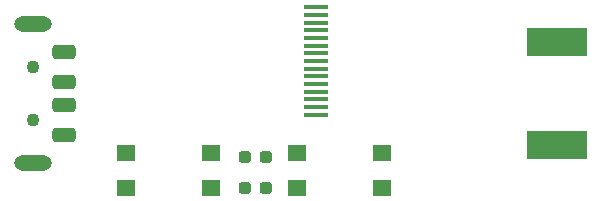
<source format=gts>
G04 #@! TF.GenerationSoftware,KiCad,Pcbnew,9.0.0*
G04 #@! TF.CreationDate,2025-04-06T23:20:39+02:00*
G04 #@! TF.ProjectId,RF-to-USB,52462d74-6f2d-4555-9342-2e6b69636164,rev?*
G04 #@! TF.SameCoordinates,Original*
G04 #@! TF.FileFunction,Soldermask,Top*
G04 #@! TF.FilePolarity,Negative*
%FSLAX46Y46*%
G04 Gerber Fmt 4.6, Leading zero omitted, Abs format (unit mm)*
G04 Created by KiCad (PCBNEW 9.0.0) date 2025-04-06 23:20:39*
%MOMM*%
%LPD*%
G01*
G04 APERTURE LIST*
G04 Aperture macros list*
%AMRoundRect*
0 Rectangle with rounded corners*
0 $1 Rounding radius*
0 $2 $3 $4 $5 $6 $7 $8 $9 X,Y pos of 4 corners*
0 Add a 4 corners polygon primitive as box body*
4,1,4,$2,$3,$4,$5,$6,$7,$8,$9,$2,$3,0*
0 Add four circle primitives for the rounded corners*
1,1,$1+$1,$2,$3*
1,1,$1+$1,$4,$5*
1,1,$1+$1,$6,$7*
1,1,$1+$1,$8,$9*
0 Add four rect primitives between the rounded corners*
20,1,$1+$1,$2,$3,$4,$5,0*
20,1,$1+$1,$4,$5,$6,$7,0*
20,1,$1+$1,$6,$7,$8,$9,0*
20,1,$1+$1,$8,$9,$2,$3,0*%
G04 Aperture macros list end*
%ADD10RoundRect,0.060000X-0.940000X-0.140000X0.940000X-0.140000X0.940000X0.140000X-0.940000X0.140000X0*%
%ADD11C,1.100000*%
%ADD12RoundRect,0.300000X0.700000X0.300000X-0.700000X0.300000X-0.700000X-0.300000X0.700000X-0.300000X0*%
%ADD13O,3.200000X1.300000*%
%ADD14RoundRect,0.210000X-0.590000X-0.490000X0.590000X-0.490000X0.590000X0.490000X-0.590000X0.490000X0*%
%ADD15RoundRect,0.237500X-0.287500X-0.237500X0.287500X-0.237500X0.287500X0.237500X-0.287500X0.237500X0*%
%ADD16R,5.080000X2.420000*%
G04 APERTURE END LIST*
D10*
X102000000Y-50300000D03*
X102000000Y-49650000D03*
X102000000Y-49000000D03*
X102000000Y-48350000D03*
X102000000Y-47700000D03*
X102000000Y-47050000D03*
X102000000Y-46400000D03*
X102000000Y-45750000D03*
X102000000Y-45100000D03*
X102000000Y-44450000D03*
X102000000Y-43800000D03*
X102000000Y-43150000D03*
X102000000Y-42500000D03*
X102000000Y-41850000D03*
X102000000Y-41200000D03*
D11*
X78075000Y-50750000D03*
X78075000Y-46250000D03*
D12*
X80675000Y-52000000D03*
X80675000Y-49500000D03*
X80675000Y-47500000D03*
X80675000Y-45000000D03*
D13*
X78075000Y-54350000D03*
X78075000Y-42650000D03*
D14*
X100400000Y-56500000D03*
X107600000Y-56500000D03*
X100400000Y-53500000D03*
X107600000Y-53500000D03*
X85900000Y-56500000D03*
X93100000Y-56500000D03*
X85900000Y-53500000D03*
X93100000Y-53500000D03*
D15*
X96000000Y-53910000D03*
X97750000Y-53910000D03*
X96000000Y-56500000D03*
X97750000Y-56500000D03*
D16*
X122430000Y-52880000D03*
X122430000Y-44120000D03*
M02*

</source>
